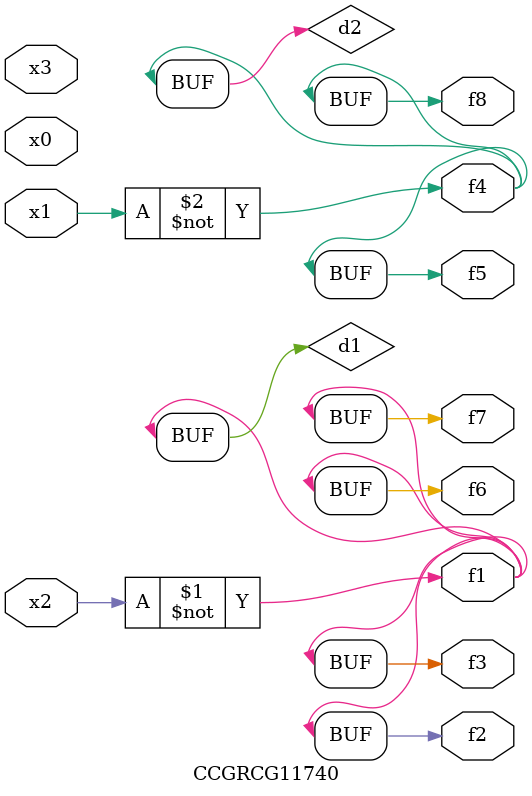
<source format=v>
module CCGRCG11740(
	input x0, x1, x2, x3,
	output f1, f2, f3, f4, f5, f6, f7, f8
);

	wire d1, d2;

	xnor (d1, x2);
	not (d2, x1);
	assign f1 = d1;
	assign f2 = d1;
	assign f3 = d1;
	assign f4 = d2;
	assign f5 = d2;
	assign f6 = d1;
	assign f7 = d1;
	assign f8 = d2;
endmodule

</source>
